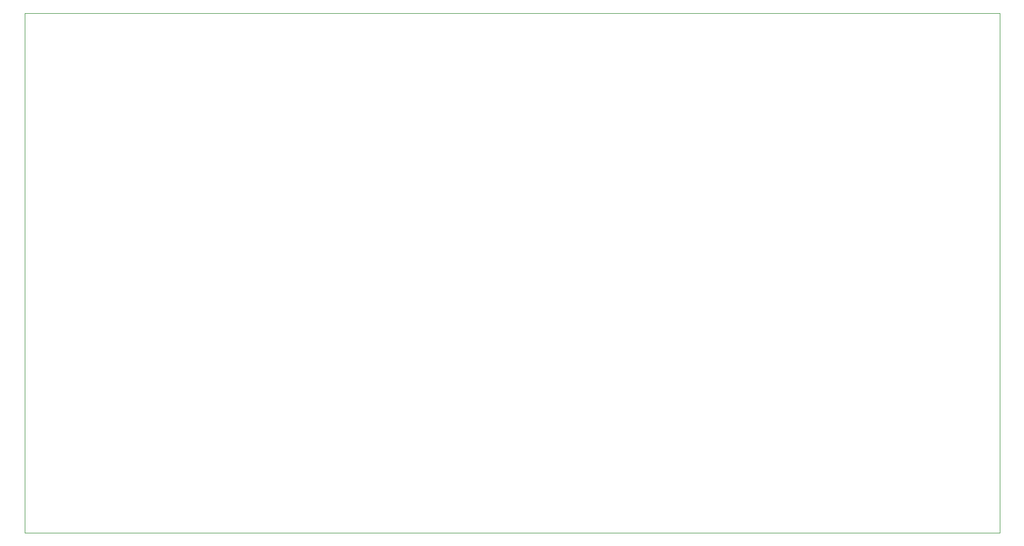
<source format=gm1>
G04 #@! TF.GenerationSoftware,KiCad,Pcbnew,8.0.7*
G04 #@! TF.CreationDate,2025-03-14T10:19:42+01:00*
G04 #@! TF.ProjectId,MISRC_v2.5,4d495352-435f-4763-922e-352e6b696361,3.0*
G04 #@! TF.SameCoordinates,Original*
G04 #@! TF.FileFunction,Profile,NP*
%FSLAX46Y46*%
G04 Gerber Fmt 4.6, Leading zero omitted, Abs format (unit mm)*
G04 Created by KiCad (PCBNEW 8.0.7) date 2025-03-14 10:19:42*
%MOMM*%
%LPD*%
G01*
G04 APERTURE LIST*
G04 #@! TA.AperFunction,Profile*
%ADD10C,0.100000*%
G04 #@! TD*
G04 APERTURE END LIST*
D10*
X206750000Y-139500000D02*
X206750000Y-59500000D01*
X56750000Y-139500000D02*
X206750000Y-139500000D01*
X206750000Y-59500000D02*
X56750000Y-59500000D01*
X56750000Y-59500000D02*
X56750000Y-139500000D01*
M02*

</source>
